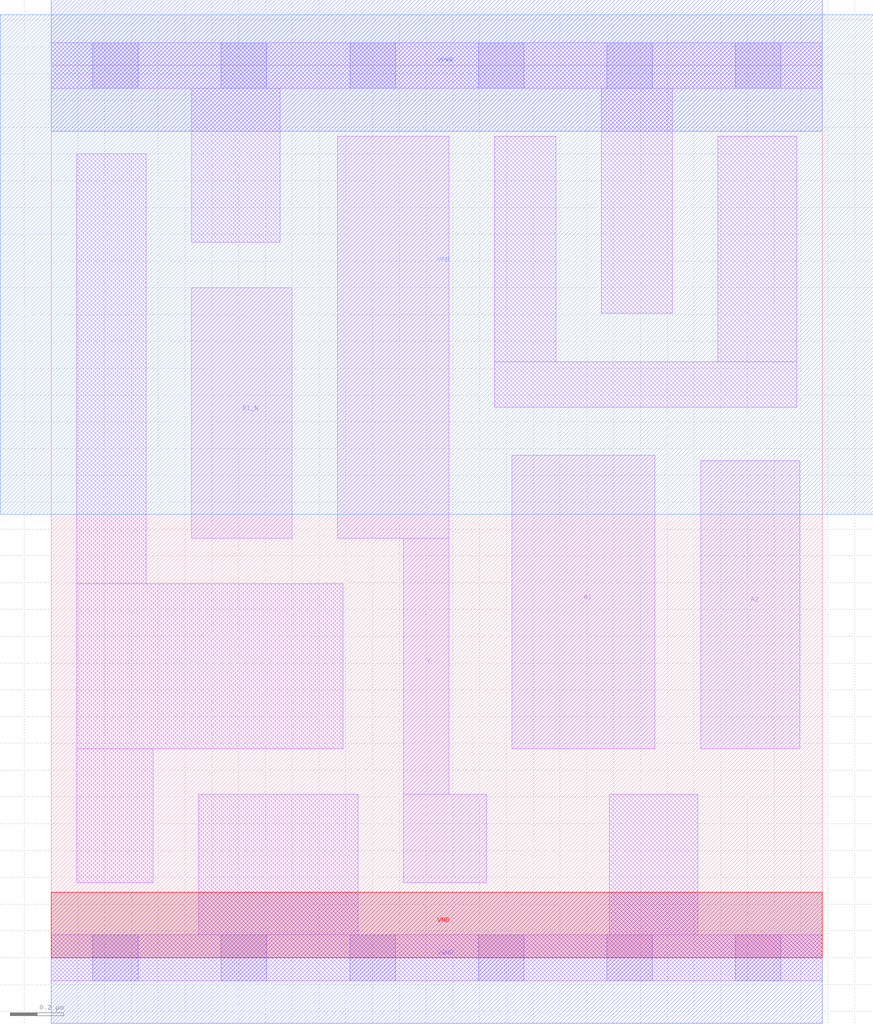
<source format=lef>
# Copyright 2020 The SkyWater PDK Authors
#
# Licensed under the Apache License, Version 2.0 (the "License");
# you may not use this file except in compliance with the License.
# You may obtain a copy of the License at
#
#     https://www.apache.org/licenses/LICENSE-2.0
#
# Unless required by applicable law or agreed to in writing, software
# distributed under the License is distributed on an "AS IS" BASIS,
# WITHOUT WARRANTIES OR CONDITIONS OF ANY KIND, either express or implied.
# See the License for the specific language governing permissions and
# limitations under the License.
#
# SPDX-License-Identifier: Apache-2.0

VERSION 5.7 ;
  NOWIREEXTENSIONATPIN ON ;
  DIVIDERCHAR "/" ;
  BUSBITCHARS "[]" ;
MACRO sky130_fd_sc_lp__a21boi_0
  CLASS CORE ;
  FOREIGN sky130_fd_sc_lp__a21boi_0 ;
  ORIGIN  0.000000  0.000000 ;
  SIZE  2.880000 BY  3.330000 ;
  SYMMETRY X Y R90 ;
  SITE unit ;
  PIN A1
    ANTENNAGATEAREA  0.159000 ;
    DIRECTION INPUT ;
    USE SIGNAL ;
    PORT
      LAYER li1 ;
        RECT 1.720000 0.780000 2.255000 1.875000 ;
    END
  END A1
  PIN A2
    ANTENNAGATEAREA  0.159000 ;
    DIRECTION INPUT ;
    USE SIGNAL ;
    PORT
      LAYER li1 ;
        RECT 2.425000 0.780000 2.795000 1.855000 ;
    END
  END A2
  PIN B1_N
    ANTENNAGATEAREA  0.126000 ;
    DIRECTION INPUT ;
    USE SIGNAL ;
    PORT
      LAYER li1 ;
        RECT 0.525000 1.565000 0.900000 2.500000 ;
    END
  END B1_N
  PIN Y
    ANTENNADIFFAREA  0.287200 ;
    DIRECTION OUTPUT ;
    USE SIGNAL ;
    PORT
      LAYER li1 ;
        RECT 1.070000 1.565000 1.485000 3.065000 ;
        RECT 1.315000 0.280000 1.625000 0.610000 ;
        RECT 1.315000 0.610000 1.485000 1.565000 ;
    END
  END Y
  PIN VGND
    DIRECTION INOUT ;
    USE GROUND ;
    PORT
      LAYER met1 ;
        RECT 0.000000 -0.245000 2.880000 0.245000 ;
    END
  END VGND
  PIN VNB
    DIRECTION INOUT ;
    USE GROUND ;
    PORT
      LAYER pwell ;
        RECT 0.000000 0.000000 2.880000 0.245000 ;
    END
  END VNB
  PIN VPB
    DIRECTION INOUT ;
    USE POWER ;
    PORT
      LAYER nwell ;
        RECT -0.190000 1.655000 3.070000 3.520000 ;
    END
  END VPB
  PIN VPWR
    DIRECTION INOUT ;
    USE POWER ;
    PORT
      LAYER met1 ;
        RECT 0.000000 3.085000 2.880000 3.575000 ;
    END
  END VPWR
  OBS
    LAYER li1 ;
      RECT 0.000000 -0.085000 2.880000 0.085000 ;
      RECT 0.000000  3.245000 2.880000 3.415000 ;
      RECT 0.095000  0.280000 0.380000 0.780000 ;
      RECT 0.095000  0.780000 1.090000 1.395000 ;
      RECT 0.095000  1.395000 0.355000 3.000000 ;
      RECT 0.525000  2.670000 0.855000 3.245000 ;
      RECT 0.550000  0.085000 1.145000 0.610000 ;
      RECT 1.655000  2.055000 2.785000 2.225000 ;
      RECT 1.655000  2.225000 1.885000 3.065000 ;
      RECT 2.055000  2.405000 2.320000 3.245000 ;
      RECT 2.085000  0.085000 2.415000 0.610000 ;
      RECT 2.490000  2.225000 2.785000 3.065000 ;
    LAYER mcon ;
      RECT 0.155000 -0.085000 0.325000 0.085000 ;
      RECT 0.155000  3.245000 0.325000 3.415000 ;
      RECT 0.635000 -0.085000 0.805000 0.085000 ;
      RECT 0.635000  3.245000 0.805000 3.415000 ;
      RECT 1.115000 -0.085000 1.285000 0.085000 ;
      RECT 1.115000  3.245000 1.285000 3.415000 ;
      RECT 1.595000 -0.085000 1.765000 0.085000 ;
      RECT 1.595000  3.245000 1.765000 3.415000 ;
      RECT 2.075000 -0.085000 2.245000 0.085000 ;
      RECT 2.075000  3.245000 2.245000 3.415000 ;
      RECT 2.555000 -0.085000 2.725000 0.085000 ;
      RECT 2.555000  3.245000 2.725000 3.415000 ;
  END
END sky130_fd_sc_lp__a21boi_0
END LIBRARY

</source>
